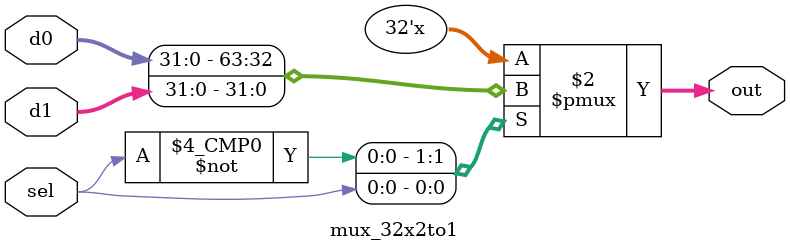
<source format=v>
module mux_32x2to1(	d0,d1, 
					sel, out);

input [31:0] d0,d1;
input sel;

output reg [31:0] out;

always @(sel) begin
	case(sel)
		0:	out<=d0;
		1:	out<=d1;

	endcase
end

endmodule


</source>
